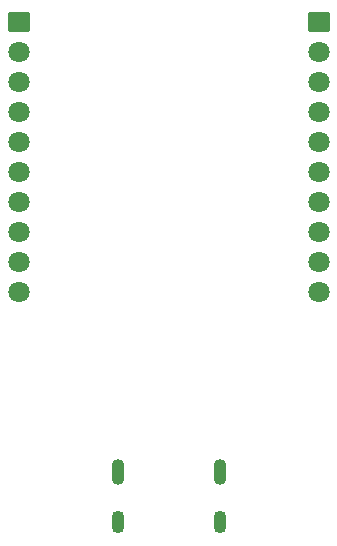
<source format=gbs>
G04 Layer: BottomSolderMaskLayer*
G04 EasyEDA Pro v2.2.45.4, 2025-12-09 09:54:16*
G04 Gerber Generator version 0.3*
G04 Scale: 100 percent, Rotated: No, Reflected: No*
G04 Dimensions in millimeters*
G04 Leading zeros omitted, absolute positions, 4 integers and 5 decimals*
G04 Generated by one-click*
%FSLAX45Y45*%
%MOMM*%
%AMRoundRect*1,1,$1,$2,$3*1,1,$1,$4,$5*1,1,$1,0-$2,0-$3*1,1,$1,0-$4,0-$5*20,1,$1,$2,$3,$4,$5,0*20,1,$1,$4,$5,0-$2,0-$3,0*20,1,$1,0-$2,0-$3,0-$4,0-$5,0*20,1,$1,0-$4,0-$5,$2,$3,0*4,1,4,$2,$3,$4,$5,0-$2,0-$3,0-$4,0-$5,$2,$3,0*%
%ADD10O,1.10002X2.20002*%
%ADD11O,1.10002X1.90002*%
%ADD12C,1.8016*%
%ADD13RoundRect,0.09579X-0.8529X-0.7903X-0.8529X0.7903*%
%ADD14C,0.3574*%
G75*


G04 Pad Start*
G54D10*
G01X-432003Y-2971597D03*
G54D11*
G01X-432003Y-3389605D03*
G01X432003Y-3389605D03*
G54D10*
G01X432003Y-2971597D03*
G54D12*
G01X-1270000Y-1447800D03*
G01X-1270000Y-1193800D03*
G01X-1270000Y-939800D03*
G01X-1270000Y-685800D03*
G01X-1270000Y-431800D03*
G01X-1270000Y-177800D03*
G01X-1270000Y76200D03*
G01X-1270000Y330200D03*
G01X-1270000Y584200D03*
G54D13*
G01X-1270000Y838200D03*
G54D12*
G01X1270000Y-1447800D03*
G01X1270000Y-1193800D03*
G01X1270000Y-939800D03*
G01X1270000Y-685800D03*
G01X1270000Y-431800D03*
G01X1270000Y-177800D03*
G01X1270000Y76200D03*
G01X1270000Y330200D03*
G01X1270000Y584200D03*
G54D13*
G01X1270000Y838200D03*
G04 Pad End*

M02*


</source>
